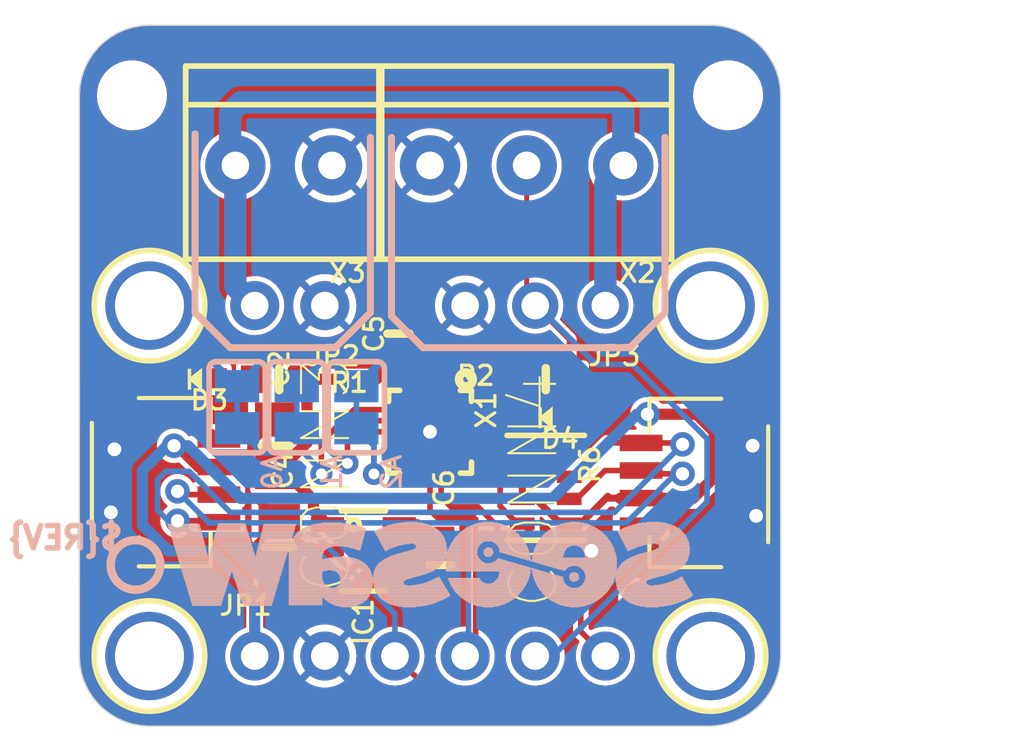
<source format=kicad_pcb>
(kicad_pcb (version 20221018) (generator pcbnew)
  (layers (0 "F.Cu" signal) (31 "B.Cu" signal) (34 "B.Paste" user) (35 "F.Paste" user) (36 "B.SilkS" user "B.Silkscreen") (37 "F.SilkS" user "F.Silkscreen") (38 "B.Mask" user) (39 "F.Mask" user) (44 "Edge.Cuts" user))
  (net 0 "")
  (net 1 "GND")
  (net 2 "SDA")
  (net 3 "SCL")
  (net 4 "N$1")
  (net 5 "UPDI")
  (net 6 "N$4")
  (net 7 "VIN")
  (net 8 "N$2")
  (net 9 "N$3")
  (net 10 "5.0V")
  (net 11 "ACT")
  (net 12 "V+")
  (net 13 "NEOPIX_OUT")
  (net 14 "N$5")
  (net 15 "A0")
  (net 16 "A1")
  (net 17 "A2")
  (footprint "working:FIDUCIAL_1MM" (layer "F.Cu") (at 143.2941 99.415213 90)
    (fp_text reference "FID2" hide)
    (fp_text value "FIDUCIAL_1MM" hide)
  )
  (footprint "working:PLABEL13" (layer "F.Cu") (at 140.1191 93.446213)
    (fp_text reference "PLABEL13" hide)
    (fp_text value "" hide)
  )
  (footprint "working:PLABEL15" (layer "F.Cu") (at 154.9781 93.446213)
    (fp_text reference "PLABEL15" hide)
    (fp_text value "" hide)
  )
  (footprint "working:PLABEL10" (layer "F.Cu") (at 152.4381 103.987213)
    (fp_text reference "PLABEL10" hide)
    (fp_text value "" hide)
  )
  (footprint "working:PLABEL4" (layer "F.Cu") (at 152.3111 113.512213)
    (fp_text reference "PLABEL4" hide)
    (fp_text value "" hide)
  )
  (footprint "working:1X03_ROUND" (layer "F.Cu") (at 152.3111 102.463213 180)
    (fp_text reference "JP3")
    (fp_text value "")
  )
  (footprint "working:PLABEL12" (layer "F.Cu") (at 158.9151 97.891213)
    (fp_text reference "PLABEL12" hide)
    (fp_text value "" hide)
  )
  (footprint "working:RESPACK_4X0603" (layer "F.Cu") (at 152.6921 109.067213 -90)
    (fp_text reference "R6")
    (fp_text value "10K Pack")
  )
  (footprint "working:PLABEL7" (layer "F.Cu") (at 144.6911 103.987213)
    (fp_text reference "PLABEL7" hide)
    (fp_text value "" hide)
  )
  (footprint "working:JST_SH4" (layer "F.Cu") (at 158.1531 108.940213 90)
    (fp_text reference "CONN4")
    (fp_text value "STEMMA_I2C_QT" hide)
  )
  (footprint "working:PLABEL6" (layer "F.Cu") (at 142.1511 103.987213)
    (fp_text reference "PLABEL6" hide)
    (fp_text value "" hide)
  )
  (footprint "working:0603-NO" (layer "F.Cu") (at 152.6921 105.130213 180)
    (fp_text reference "R2")
    (fp_text value "100")
  )
  (footprint "working:TERMBLOCK_1X3-3.5MM" (layer "F.Cu") (at 152.001093 97.383213 180)
    (fp_text reference "X2")
    (fp_text value "3.5mm-3P")
  )
  (footprint "working:0603-NO" (layer "F.Cu") (at 148.8821 111.861213 90)
    (fp_text reference "C6")
    (fp_text value "1uF")
  )
  (footprint "working:PLABEL2" (layer "F.Cu") (at 147.2311 113.512213)
    (fp_text reference "PLABEL2" hide)
    (fp_text value "" hide)
  )
  (footprint "working:MOUNTINGHOLE_2.5_PLATED" (layer "F.Cu") (at 138.3411 102.463213)
    (fp_text reference "U$1" hide)
    (fp_text value "MOUNTINGHOLE2.5" hide)
  )
  (footprint "working:PLABEL0" (layer "F.Cu") (at 142.1511 113.512213)
    (fp_text reference "PLABEL0" hide)
    (fp_text value "" hide)
  )
  (footprint "working:PLABEL3" (layer "F.Cu") (at 149.8981 116.814213)
    (fp_text reference "PLABEL3" hide)
    (fp_text value "" hide)
  )
  (footprint "working:PLABEL9" (layer "F.Cu") (at 155.1051 103.987213)
    (fp_text reference "PLABEL9" hide)
    (fp_text value "" hide)
  )
  (footprint "working:0805-NO" (layer "F.Cu") (at 143.0401 111.226213 90)
    (fp_text reference "C4")
    (fp_text value "10uF")
  )
  (footprint "working:PLABEL16" (layer "F.Cu") (at 143.1671 93.446213)
    (fp_text reference "PLABEL16" hide)
    (fp_text value "" hide)
  )
  (footprint "working:MOUNTINGHOLE_2.5_PLATED" (layer "F.Cu") (at 158.6611 102.463213)
    (fp_text reference "U$9" hide)
    (fp_text value "MOUNTINGHOLE2.5" hide)
  )
  (footprint "working:0805-NO" (layer "F.Cu") (at 142.9131 107.543213 90)
    (fp_text reference "C2")
    (fp_text value "10uF")
  )
  (footprint "working:PLABEL8" (layer "F.Cu") (at 149.6441 103.987213)
    (fp_text reference "PLABEL8" hide)
    (fp_text value "" hide)
  )
  (footprint "working:CHIPLED_0603_NOOUTLINE" (layer "F.Cu") (at 152.6921 106.527213 90)
    (fp_text reference "D4")
    (fp_text value "red")
  )
  (footprint "working:MOUNTINGHOLE_2.5_PLATED" (layer "F.Cu") (at 138.3411 115.163213)
    (fp_text reference "U$6" hide)
    (fp_text value "MOUNTINGHOLE2.5" hide)
  )
  (footprint "working:PLABEL14" (layer "F.Cu") (at 150.7871 93.446213)
    (fp_text reference "PLABEL14" hide)
    (fp_text value "" hide)
  )
  (footprint "working:SOT23-6" (layer "F.Cu") (at 146.0881 111.353213 -90)
    (fp_text reference "IC1")
    (fp_text value "AP3602")
  )
  (footprint "working:TERMBLOCK_1X2-3.5MM" (layer "F.Cu") (at 143.2511 97.383213 180)
    (fp_text reference "X3")
    (fp_text value "3.5mm-2P")
  )
  (footprint "working:PLABEL11" (layer "F.Cu") (at 138.0871 98.145213)
    (fp_text reference "PLABEL11" hide)
    (fp_text value "" hide)
  )
  (footprint "working:MOUNTINGHOLE_2.5_PLATED" (layer "F.Cu") (at 158.6611 115.163213)
    (fp_text reference "U$18" hide)
    (fp_text value "MOUNTINGHOLE2.5" hide)
  )
  (footprint "working:1X02_ROUND" (layer "F.Cu") (at 143.4211 102.463213 180)
    (fp_text reference "JP2")
    (fp_text value "")
  )
  (footprint "working:JST_SH4" (layer "F.Cu") (at 138.8491 108.813213 -90)
    (fp_text reference "CONN3")
    (fp_text value "STEMMA_I2C_QT" hide)
  )
  (footprint "working:PLABEL5" (layer "F.Cu") (at 154.8511 116.814213)
    (fp_text reference "PLABEL5" hide)
    (fp_text value "" hide)
  )
  (footprint "" (layer "F.Cu") (at 137.7061 94.843213)
    (fp_text reference "@HOLE0" hide)
    (fp_text value "")
  )
  (footprint "" (layer "F.Cu") (at 159.2961 94.843213)
    (fp_text reference "@HOLE1" hide)
    (fp_text value "")
  )
  (footprint "working:CHIPLED_0603_NOOUTLINE" (layer "F.Cu") (at 139.9921 105.130213 90)
    (fp_text reference "D3")
    (fp_text value "GREEN")
  )
  (footprint "working:PLABEL17" (layer "F.Cu") (at 147.2311 93.446213)
    (fp_text reference "PLABEL17" hide)
    (fp_text value "" hide)
  )
  (footprint "working:0603-NO" (layer "F.Cu") (at 143.0401 105.130213)
    (fp_text reference "R1")
    (fp_text value "47K")
  )
  (footprint "working:PLABEL1" (layer "F.Cu") (at 144.6911 116.814213)
    (fp_text reference "PLABEL1" hide)
    (fp_text value "" hide)
  )
  (footprint "working:QFN20_3MM" (layer "F.Cu") (at 148.5011 107.035213 -90)
    (fp_text reference "X1")
    (fp_text value "ATTINY1616_QFN")
  )
  (footprint "working:1X06_ROUND_70" (layer "F.Cu") (at 148.5011 115.163213)
    (fp_text reference "JP1")
    (fp_text value "")
  )
  (footprint "working:FIDUCIAL_1MM" (layer "F.Cu") (at 155.9941 113.004213 90)
    (fp_text reference "FID1" hide)
    (fp_text value "FIDUCIAL_1MM" hide)
  )
  (footprint "working:0603-NO" (layer "F.Cu") (at 147.3581 103.479213 90)
    (fp_text reference "C5")
    (fp_text value "0.1uF")
  )
  (footprint "working:PLABEL22" (layer "B.Cu") (at 154.9781 96.113213 90)
    (fp_text reference "PLABEL22" hide)
    (fp_text value "" hide)
  )
  (footprint "working:PLABEL26" (layer "B.Cu") (at 141.0081 96.113213 90)
    (fp_text reference "PLABEL26" hide)
    (fp_text value "" hide)
  )
  (footprint "working:PLABEL28" (layer "B.Cu") (at 151.6761 99.923213 180)
    (fp_text reference "PLABEL28" hide)
    (fp_text value "" hide)
  )
  (footprint "working:PLABEL19" (layer "B.Cu") (at 144.4371 109.067213 180)
    (fp_text reference "PLABEL19" hide)
    (fp_text value "" hide)
  )
  (footprint "working:PLABEL25" (layer "B.Cu") (at 144.4371 96.113213 90)
    (fp_text reference "PLABEL25" hide)
    (fp_text value "" hide)
  )
  (footprint "working:PCBFEAT-REV-040" (layer "B.Cu") (at 137.8331 111.861213)
    (fp_text reference "U$12" hide)
    (fp_text value "" hide)
  )
  (footprint "working:SOLDERJUMPER_CLOSEDWIRE" (layer "B.Cu") (at 145.8341 106.146213 90)
    (fp_text reference "A2")
    (fp_text value "")
  )
  (footprint "working:SOLDERJUMPER_CLOSEDWIRE" (layer "B.Cu") (at 143.6751 106.146213 90)
    (fp_text reference "A1")
    (fp_text value "")
  )
  (footprint "working:PLABEL27" (layer "B.Cu") (at 143.1671 100.050213 180)
    (fp_text reference "PLABEL27" hide)
    (fp_text value "" hide)
  )
  (footprint "working:PLABEL24" (layer "B.Cu") (at 147.9931 96.113213 90)
    (fp_text reference "PLABEL24" hide)
    (fp_text value "" hide)
  )
  (footprint "working:SEESAW_LOGO" (layer "B.Cu") (at 158.0261 113.385213 180)
    (fp_text reference "U$7" hide)
    (fp_text value "" hide)
  )
  (footprint "working:PLABEL20" (layer "B.Cu") (at 142.2781 109.067213 180)
    (fp_text reference "PLABEL20" hide)
    (fp_text value "" hide)
  )
  (footprint "working:PLABEL23" (layer "B.Cu") (at 151.4221 96.113213 90)
    (fp_text reference "PLABEL23" hide)
    (fp_text value "" hide)
  )
  (footprint "working:PLABEL18" (layer "B.Cu") (at 146.7231 108.940213 180)
    (fp_text reference "PLABEL18" hide)
    (fp_text value "" hide)
  )
  (footprint "working:PLABEL21" (layer "B.Cu") (at 160.5661 108.940213 180)
    (fp_text reference "PLABEL21" hide)
    (fp_text value "" hide)
  )
  (footprint "working:PLABEL29" (layer "B.Cu") (at 147.8661 116.687213 180)
    (fp_text reference "PLABEL29" hide)
    (fp_text value "" hide)
  )
  (footprint "working:SOLDERJUMPER_CLOSEDWIRE" (layer "B.Cu") (at 141.5161 106.146213 90)
    (fp_text reference "A0")
    (fp_text value "")
  )
  (gr_line (start 157.0101 96.367213) (end 157.0101 102.717213) (stroke (width 0.254)) (layer "B.SilkS"))
  (gr_line (start 141.2621 103.987213) (end 139.9921 102.717213) (stroke (width 0.254)) (layer "B.SilkS"))
  (gr_line (start 148.2471 103.987213) (end 147.1041 102.844213) (stroke (width 0.254)) (layer "B.SilkS"))
  (gr_line (start 155.7401 103.987213) (end 148.2471 103.987213) (stroke (width 0.254)) (layer "B.SilkS"))
  (gr_line (start 157.0101 102.717213) (end 155.7401 103.987213) (stroke (width 0.254)) (layer "B.SilkS"))
  (gr_line (start 139.9921 102.717213) (end 139.9921 96.240213) (stroke (width 0.254)) (layer "B.SilkS"))
  (gr_line (start 147.1041 102.844213) (end 147.1041 96.367213) (stroke (width 0.254)) (layer "B.SilkS"))
  (gr_line (start 146.3421 96.367213) (end 146.3421 102.717213) (stroke (width 0.254)) (layer "B.SilkS"))
  (gr_line (start 146.3421 102.717213) (end 145.0721 103.987213) (stroke (width 0.254)) (layer "B.SilkS"))
  (gr_line (start 145.0721 103.987213) (end 141.2621 103.987213) (stroke (width 0.254)) (layer "B.SilkS"))
  (gr_line (start 135.8011 94.843213) (end 135.8011 115.163213) (stroke (width 0.05)) (layer "Edge.Cuts"))
  (gr_arc (start 158.6611 92.303213) (mid 160.457151 93.047162) (end 161.2011 94.843213) (stroke (width 0.05)) (layer "Edge.Cuts"))
  (gr_arc (start 138.3411 117.703213) (mid 136.545049 116.959264) (end 135.8011 115.163213) (stroke (width 0.05)) (layer "Edge.Cuts"))
  (gr_arc (start 135.8011 94.843213) (mid 136.545049 93.047162) (end 138.3411 92.303213) (stroke (width 0.05)) (layer "Edge.Cuts"))
  (gr_line (start 161.2011 115.163213) (end 161.2011 94.843213) (stroke (width 0.05)) (layer "Edge.Cuts"))
  (gr_line (start 158.6611 92.303213) (end 138.3411 92.303213) (stroke (width 0.05)) (layer "Edge.Cuts"))
  (gr_arc (start 161.2011 115.163213) (mid 160.393651 116.985567) (end 158.5341 117.703213) (stroke (width 0.05)) (layer "Edge.Cuts"))
  (gr_line (start 138.3411 117.703213) (end 158.5341 117.703213) (stroke (width 0.05)) (layer "Edge.Cuts"))
  (segment (start 144.7881 111.353213) (end 144.1171 111.353213) (width 0.254) (layer "F.Cu") (net 1))
  (segment (start 144.1171 111.353213) (end 143.0401 110.276213) (width 0.254) (layer "F.Cu") (net 1))
  (via (at 160.3121 110.083213) (size 0.9064) (drill 0.5) (layers "F.Cu" "B.Cu") (net 1))
  (via (at 154.3431 111.353213) (size 0.9064) (drill 0.5) (layers "F.Cu" "B.Cu") (net 1))
  (via (at 137.0711 107.670213) (size 0.9064) (drill 0.5) (layers "F.Cu" "B.Cu") (net 1))
  (via (at 148.5011 107.035213) (size 0.9064) (drill 0.5) (layers "F.Cu" "B.Cu") (net 1))
  (via (at 160.1851 107.543213) (size 0.9064) (drill 0.5) (layers "F.Cu" "B.Cu") (net 1))
  (via (at 136.9441 109.956213) (size 0.9064) (drill 0.5) (layers "F.Cu" "B.Cu") (net 1))
  (segment (start 148.7591 110.138813) (end 148.5011 109.880813) (width 0.2032) (layer "F.Cu") (net 2))
  (segment (start 139.4761 109.313213) (end 139.3571 109.194213) (width 0.2032) (layer "F.Cu") (net 2))
  (segment (start 157.6451 108.559213) (end 155.7581 108.559213) (width 0.2032) (layer "F.Cu") (net 2))
  (segment (start 153.812231 109.467213) (end 153.5421 109.467213) (width 0.2032) (layer "F.Cu") (net 2))
  (segment (start 140.8551 109.313213) (end 139.4761 109.313213) (width 0.2032) (layer "F.Cu") (net 2))
  (segment (start 154.839231 108.440213) (end 153.812231 109.467213) (width 0.2032) (layer "F.Cu") (net 2))
  (segment (start 150.1521 114.782213) (end 149.7711 115.163213) (width 0.2032) (layer "F.Cu") (net 2))
  (segment (start 150.0807 110.138813) (end 150.1521 110.210213) (width 0.2032) (layer "F.Cu") (net 2))
  (segment (start 150.1521 110.210213) (end 150.1521 114.782213) (width 0.2032) (layer "F.Cu") (net 2))
  (segment (start 148.5011 109.880813) (end 148.5011 108.435213) (width 0.2032) (layer "F.Cu") (net 2))
  (segment (start 156.1471 108.440213) (end 154.839231 108.440213) (width 0.2032) (layer "F.Cu") (net 2))
  (segment (start 155.7581 108.559213) (end 156.1471 108.440213) (width 0.2032) (layer "F.Cu") (net 2))
  (segment (start 150.0807 110.138813) (end 148.7591 110.138813) (width 0.2032) (layer "F.Cu") (net 2))
  (via (at 157.6451 108.559213) (size 0.889) (drill 0.4826) (layers "F.Cu" "B.Cu") (net 2))
  (via (at 139.3571 109.194213) (size 0.889) (drill 0.4826) (layers "F.Cu" "B.Cu") (net 2))
  (segment (start 157.5181 108.432213) (end 157.6451 108.559213) (width 0.2032) (layer "B.Cu") (net 2))
  (segment (start 149.8981 110.337213) (end 140.5001 110.337213) (width 0.2032) (layer "B.Cu") (net 2))
  (segment (start 157.5181 108.432213) (end 155.6131 110.337213) (width 0.2032) (layer "B.Cu") (net 2))
  (segment (start 155.6131 110.337213) (end 149.8981 110.337213) (width 0.2032) (layer "B.Cu") (net 2))
  (segment (start 139.3571 109.194213) (end 140.5001 110.337213) (width 0.2032) (layer "B.Cu") (net 2))
  (segment (start 149.7711 115.163213) (end 149.8981 115.036213) (width 0.2032) (layer "B.Cu") (net 2))
  (segment (start 149.8981 110.337213) (end 149.8981 115.036213) (width 0.2032) (layer "B.Cu") (net 2))
  (segment (start 156.1471 107.440213) (end 157.5929 107.440213) (width 0.2032) (layer "F.Cu") (net 3))
  (segment (start 148.9011 109.399813) (end 148.9011 108.435213) (width 0.2032) (layer "F.Cu") (net 3))
  (segment (start 139.3571 110.261013) (end 141.3109 110.261013) (width 0.2032) (layer "F.Cu") (net 3))
  (segment (start 150.238518 109.757813) (end 149.2591 109.757813) (width 0.2032) (layer "F.Cu") (net 3))
  (segment (start 150.9395 110.458795) (end 150.9395 115.647182) (width 0.2032) (layer "F.Cu") (net 3))
  (segment (start 149.287131 116.331613) (end 149.261731 116.306213) (width 0.2032) (layer "F.Cu") (net 3))
  (segment (start 150.238518 109.757813) (end 150.9395 110.458795) (width 0.2032) (layer "F.Cu") (net 3))
  (segment (start 149.2591 109.757813) (end 148.9011 109.399813) (width 0.2032) (layer "F.Cu") (net 3))
  (segment (start 150.255068 116.331613) (end 149.287131 116.331613) (width 0.2032) (layer "F.Cu") (net 3))
  (segment (start 154.3307 108.024482) (end 154.3307 108.051213) (width 0.2032) (layer "F.Cu") (net 3))
  (segment (start 148.3741 116.306213) (end 147.2311 115.163213) (width 0.2032) (layer "F.Cu") (net 3))
  (segment (start 157.5929 107.440213) (end 157.6451 107.492413) (width 0.2032) (layer "F.Cu") (net 3))
  (segment (start 149.261731 116.306213) (end 148.3741 116.306213) (width 0.2032) (layer "F.Cu") (net 3))
  (segment (start 154.914968 107.440213) (end 154.3307 108.024482) (width 0.2032) (layer "F.Cu") (net 3))
  (segment (start 156.1471 107.440213) (end 154.914968 107.440213) (width 0.2032) (layer "F.Cu") (net 3))
  (segment (start 154.3307 108.051213) (end 153.7147 108.667213) (width 0.2032) (layer "F.Cu") (net 3))
  (segment (start 141.3109 110.261013) (end 140.8551 110.313213) (width 0.2032) (layer "F.Cu") (net 3))
  (segment (start 153.7147 108.667213) (end 153.5421 108.667213) (width 0.2032) (layer "F.Cu") (net 3))
  (segment (start 150.9395 115.647182) (end 150.255068 116.331613) (width 0.2032) (layer "F.Cu") (net 3))
  (via (at 157.6451 107.492413) (size 0.889) (drill 0.4826) (layers "F.Cu" "B.Cu") (net 3))
  (via (at 139.3571 110.261013) (size 0.889) (drill 0.4826) (layers "F.Cu" "B.Cu") (net 3))
  (segment (start 138.6332 108.767363) (end 138.6332 109.875063) (width 0.2032) (layer "B.Cu") (net 3))
  (segment (start 141.26985 109.956213) (end 139.78395 108.470313) (width 0.2032) (layer "B.Cu") (net 3))
  (segment (start 147.2311 113.639213) (end 147.2311 115.163213) (width 0.2032) (layer "B.Cu") (net 3))
  (segment (start 139.01915 110.261013) (end 138.6332 109.875063) (width 0.2032) (layer "B.Cu") (net 3))
  (segment (start 157.6451 107.492413) (end 155.1813 109.956213) (width 0.2032) (layer "B.Cu") (net 3))
  (segment (start 144.3609 110.769013) (end 139.8651 110.769013) (width 0.2032) (layer "B.Cu") (net 3))
  (segment (start 139.78395 108.470313) (end 138.93025 108.470313) (width 0.2032) (layer "B.Cu") (net 3))
  (segment (start 139.3571 110.261013) (end 139.01915 110.261013) (width 0.2032) (layer "B.Cu") (net 3))
  (segment (start 138.93025 108.470313) (end 138.6332 108.767363) (width 0.2032) (layer "B.Cu") (net 3))
  (segment (start 155.1813 109.956213) (end 141.26985 109.956213) (width 0.2032) (layer "B.Cu") (net 3))
  (segment (start 144.3609 110.769013) (end 147.2311 113.639213) (width 0.2032) (layer "B.Cu") (net 3))
  (segment (start 139.8651 110.769013) (end 139.3571 110.261013) (width 0.2032) (layer "B.Cu") (net 3))
  (segment (start 140.7421 105.130213) (end 142.1901 105.130213) (width 0.254) (layer "F.Cu") (net 4))
  (segment (start 151.8421 110.367213) (end 151.671968 110.367213) (width 0.2032) (layer "F.Cu") (net 5))
  (segment (start 151.0411 107.035213) (end 150.6411 106.635213) (width 0.2032) (layer "F.Cu") (net 5))
  (segment (start 151.671968 110.367213) (end 151.0411 109.736345) (width 0.2032) (layer "F.Cu") (net 5))
  (segment (start 153.9621 114.274213) (end 154.8511 115.163213) (width 0.2032) (layer "F.Cu") (net 5))
  (segment (start 151.0411 109.736345) (end 151.0411 107.035213) (width 0.2032) (layer "F.Cu") (net 5))
  (segment (start 151.8421 110.367213) (end 153.9621 112.487213) (width 0.2032) (layer "F.Cu") (net 5))
  (segment (start 150.6411 106.635213) (end 149.9011 106.635213) (width 0.2032) (layer "F.Cu") (net 5))
  (segment (start 153.9621 112.487213) (end 153.9621 114.274213) (width 0.2032) (layer "F.Cu") (net 5))
  (segment (start 153.5421 106.627213) (end 153.5421 107.767213) (width 0.2032) (layer "F.Cu") (net 6))
  (segment (start 153.4421 106.527213) (end 153.5421 106.627213) (width 0.2032) (layer "F.Cu") (net 6))
  (segment (start 155.0041 109.440213) (end 154.941575 109.377688) (width 0.254) (layer "F.Cu") (net 7))
  (segment (start 158.1531 106.400213) (end 158.7881 107.035213) (width 0.4064) (layer "F.Cu") (net 7))
  (segment (start 158.7881 107.035213) (end 158.7881 108.686213) (width 0.4064) (layer "F.Cu") (net 7))
  (segment (start 144.7881 112.303213) (end 145.3921 112.303213) (width 0.254) (layer "F.Cu") (net 7))
  (segment (start 151.8421 109.467213) (end 152.3301 109.467213) (width 0.254) (layer "F.Cu") (net 7))
  (segment (start 151.8421 109.467213) (end 151.8421 108.667213) (width 0.254) (layer "F.Cu") (net 7))
  (segment (start 140.1271 108.313213) (end 139.3571 107.543213) (width 0.4064) (layer "F.Cu") (net 7))
  (segment (start 145.3921 112.303213) (end 146.3421 111.353213) (width 0.254) (layer "F.Cu") (net 7))
  (segment (start 158.7881 108.686213) (end 158.0261 109.448213) (width 0.4064) (layer "F.Cu") (net 7))
  (segment (start 143.0401 112.176213) (end 143.1671 112.303213) (width 0.254) (layer "F.Cu") (net 7))
  (segment (start 146.3421 111.353213) (end 147.3881 111.353213) (width 0.254) (layer "F.Cu") (net 7))
  (segment (start 142.1511 113.065213) (end 143.0401 112.176213) (width 0.254) (layer "F.Cu") (net 7))
  (segment (start 142.1511 115.163213) (end 142.1511 113.065213) (width 0.254) (layer "F.Cu") (net 7))
  (segment (start 153.5421 110.367213) (end 153.2301 110.367213) (width 0.254) (layer "F.Cu") (net 7))
  (segment (start 155.3931 109.448213) (end 155.3971 109.452213) (width 0.4064) (layer "F.Cu") (net 7))
  (segment (start 144.7881 112.303213) (end 143.1671 112.303213) (width 0.254) (layer "F.Cu") (net 7))
  (segment (start 153.95205 110.367213) (end 153.5421 110.367213) (width 0.254) (layer "F.Cu") (net 7))
  (segment (start 140.8551 108.313213) (end 140.1271 108.313213) (width 0.4064) (layer "F.Cu") (net 7))
  (segment (start 153.2301 110.367213) (end 152.3301 109.467213) (width 0.254) (layer "F.Cu") (net 7))
  (segment (start 156.3751 106.400213) (end 158.1531 106.400213) (width 0.4064) (layer "F.Cu") (net 7))
  (segment (start 156.1471 109.440213) (end 155.0041 109.440213) (width 0.254) (layer "F.Cu") (net 7))
  (segment (start 154.941575 109.377688) (end 153.95205 110.367213) (width 0.254) (layer "F.Cu") (net 7))
  (segment (start 139.3571 107.543213) (end 139.2301 107.543213) (width 0.4064) (layer "F.Cu") (net 7))
  (segment (start 158.0261 109.448213) (end 155.3931 109.448213) (width 0.4064) (layer "F.Cu") (net 7))
  (segment (start 156.1471 109.440213) (end 155.3971 109.452213) (width 0.4064) (layer "F.Cu") (net 7))
  (via (at 156.3751 106.400213) (size 0.889) (drill 0.4826) (layers "F.Cu" "B.Cu") (net 7))
  (via (at 139.2301 107.543213) (size 0.889) (drill 0.4826) (layers "F.Cu" "B.Cu") (net 7))
  (segment (start 138.9761 107.543213) (end 138.0871 108.432213) (width 0.4064) (layer "B.Cu") (net 7))
  (segment (start 139.2301 107.543213) (end 139.7381 107.543213) (width 0.4064) (layer "B.Cu") (net 7))
  (segment (start 139.7381 107.543213) (end 141.6431 109.448213) (width 0.4064) (layer "B.Cu") (net 7))
  (segment (start 141.6431 109.448213) (end 152.9461 109.448213) (width 0.4064) (layer "B.Cu") (net 7))
  (segment (start 139.027862 111.353213) (end 140.6271 111.353213) (width 0.4064) (layer "B.Cu") (net 7))
  (segment (start 138.0871 110.412451) (end 139.027862 111.353213) (width 0.4064) (layer "B.Cu") (net 7))
  (segment (start 152.9461 109.448213) (end 155.9941 106.400213) (width 0.4064) (layer "B.Cu") (net 7))
  (segment (start 155.9941 106.400213) (end 156.3751 106.400213) (width 0.4064) (layer "B.Cu") (net 7))
  (segment (start 138.0871 108.432213) (end 138.0871 110.412451) (width 0.4064) (layer "B.Cu") (net 7))
  (segment (start 139.2301 107.543213) (end 138.9761 107.543213) (width 0.4064) (layer "B.Cu") (net 7))
  (segment (start 142.1511 112.877213) (end 142.1511 115.163213) (width 0.4064) (layer "B.Cu") (net 7))
  (segment (start 140.6271 111.353213) (end 142.1511 112.877213) (width 0.4064) (layer "B.Cu") (net 7))
  (segment (start 147.3881 110.403213) (end 148.0231 110.403213) (width 0.4064) (layer "F.Cu") (net 8))
  (segment (start 148.5311 110.911213) (end 148.0231 110.403213) (width 0.4064) (layer "F.Cu") (net 8))
  (segment (start 148.8821 111.011213) (end 148.5311 110.911213) (width 0.4064) (layer "F.Cu") (net 8))
  (segment (start 148.8821 112.711213) (end 148.8821 112.811213) (width 0.4064) (layer "F.Cu") (net 9))
  (segment (start 148.8821 112.811213) (end 148.5311 112.811213) (width 0.4064) (layer "F.Cu") (net 9))
  (segment (start 147.3881 112.303213) (end 148.0231 112.303213) (width 0.4064) (layer "F.Cu") (net 9))
  (segment (start 148.5311 112.811213) (end 148.0231 112.303213) (width 0.4064) (layer "F.Cu") (net 9))
  (segment (start 148.1201 104.241213) (end 147.4461 104.241213) (width 0.254) (layer "F.Cu") (net 10))
  (segment (start 151.8421 107.767213) (end 152.2141 107.767213) (width 0.2032) (layer "F.Cu") (net 10))
  (segment (start 143.8901 105.661401) (end 144.0441 105.815401) (width 0.4064) (layer "F.Cu") (net 10))
  (segment (start 143.8901 105.130213) (end 143.8901 105.661401) (width 0.4064) (layer "F.Cu") (net 10))
  (segment (start 148.1011 104.260213) (end 148.1201 104.241213) (width 0.2032) (layer "F.Cu") (net 10))
  (segment (start 152.4381 104.241213) (end 148.1201 104.241213) (width 0.254) (layer "F.Cu") (net 10))
  (segment (start 143.0401 108.493213) (end 142.9131 108.493213) (width 0.4064) (layer "F.Cu") (net 10))
  (segment (start 152.4381 104.241213) (end 152.6921 104.495213) (width 0.2032) (layer "F.Cu") (net 10))
  (segment (start 152.6921 104.495213) (end 152.6921 107.289213) (width 0.2032) (layer "F.Cu") (net 10))
  (segment (start 144.2801 109.509213) (end 144.2801 109.895213) (width 0.4064) (layer "F.Cu") (net 10))
  (segment (start 143.2641 108.493213) (end 143.0401 108.493213) (width 0.4064) (layer "F.Cu") (net 10))
  (segment (start 147.3581 104.329213) (end 147.4461 104.241213) (width 0.254) (layer "F.Cu") (net 10))
  (segment (start 143.0401 108.432213) (end 143.0401 108.493213) (width 0.4064) (layer "F.Cu") (net 10))
  (segment (start 144.0441 107.428213) (end 143.0401 108.432213) (width 0.4064) (layer "F.Cu") (net 10))
  (segment (start 144.7881 110.403213) (end 144.2801 109.895213) (width 0.4064) (layer "F.Cu") (net 10))
  (segment (start 144.0441 105.815401) (end 144.0441 107.428213) (width 0.4064) (layer "F.Cu") (net 10))
  (segment (start 147.3581 104.329213) (end 146.5571 105.130213) (width 0.4064) (layer "F.Cu") (net 10))
  (segment (start 146.5571 105.130213) (end 143.8901 105.130213) (width 0.4064) (layer "F.Cu") (net 10))
  (segment (start 148.1011 105.635213) (end 148.1011 104.260213) (width 0.2032) (layer "F.Cu") (net 10))
  (segment (start 144.2801 109.509213) (end 143.2641 108.493213) (width 0.4064) (layer "F.Cu") (net 10))
  (segment (start 152.2141 107.767213) (end 152.6921 107.289213) (width 0.2032) (layer "F.Cu") (net 10))
  (segment (start 151.8031 106.527213) (end 151.9421 106.527213) (width 0.2032) (layer "F.Cu") (net 11))
  (segment (start 151.5111 106.235213) (end 151.8031 106.527213) (width 0.2032) (layer "F.Cu") (net 11))
  (segment (start 149.9011 106.235213) (end 151.5111 106.235213) (width 0.2032) (layer "F.Cu") (net 11))
  (segment (start 155.501093 97.383213) (end 155.501093 95.366207) (width 0.8128) (layer "B.Cu") (net 12))
  (segment (start 141.4511 101.763213) (end 141.4511 97.383213) (width 0.8128) (layer "B.Cu") (net 12))
  (segment (start 142.1511 102.463213) (end 141.4511 101.763213) (width 0.8128) (layer "B.Cu") (net 12))
  (segment (start 155.501093 95.366207) (end 155.2321 95.097213) (width 0.8128) (layer "B.Cu") (net 12))
  (segment (start 141.2621 95.478213) (end 141.2621 97.194213) (width 0.8128) (layer "B.Cu") (net 12))
  (segment (start 154.8511 102.463213) (end 154.8511 98.033207) (width 0.8128) (layer "B.Cu") (net 12))
  (segment (start 141.2621 97.194213) (end 141.4511 97.383213) (width 0.8128) (layer "B.Cu") (net 12))
  (segment (start 155.2321 95.097213) (end 141.6431 95.097213) (width 0.8128) (layer "B.Cu") (net 12))
  (segment (start 154.8511 98.033207) (end 155.501093 97.383213) (width 0.8128) (layer "B.Cu") (net 12))
  (segment (start 141.6431 95.097213) (end 141.2621 95.478213) (width 0.8128) (layer "B.Cu") (net 12))
  (segment (start 152.3111 102.463213) (end 152.001093 102.153207) (width 0.1778) (layer "F.Cu") (net 13))
  (segment (start 153.5421 103.694213) (end 152.3111 102.463213) (width 0.1778) (layer "F.Cu") (net 13))
  (segment (start 153.5421 105.130213) (end 153.5421 103.694213) (width 0.1778) (layer "F.Cu") (net 13))
  (segment (start 152.001093 102.153207) (end 152.001093 97.383213) (width 0.1778) (layer "F.Cu") (net 13))
  (segment (start 158.5341 109.575213) (end 152.9461 115.163213) (width 0.2032) (layer "B.Cu") (net 13))
  (segment (start 158.5341 107.289213) (end 155.8417 104.596813) (width 0.2032) (layer "B.Cu") (net 13))
  (segment (start 152.381568 102.463213) (end 152.3111 102.463213) (width 0.2032) (layer "B.Cu") (net 13))
  (segment (start 154.515168 104.596813) (end 152.381568 102.463213) (width 0.2032) (layer "B.Cu") (net 13))
  (segment (start 155.8417 104.596813) (end 154.515168 104.596813) (width 0.2032) (layer "B.Cu") (net 13))
  (segment (start 158.5341 109.575213) (end 158.5341 107.289213) (width 0.2032) (layer "B.Cu") (net 13))
  (segment (start 152.9461 115.163213) (end 152.3111 115.163213) (width 0.2032) (layer "B.Cu") (net 13))
  (segment (start 151.8226 105.110713) (end 151.8421 105.130213) (width 0.2032) (layer "F.Cu") (net 14))
  (segment (start 151.2981 105.635213) (end 151.8226 105.110713) (width 0.2032) (layer "F.Cu") (net 14))
  (segment (start 149.3011 105.635213) (end 151.2981 105.635213) (width 0.2032) (layer "F.Cu") (net 14))
  (segment (start 147.1011 106.235213) (end 145.7451 106.235213) (width 0.2032) (layer "F.Cu") (net 15))
  (segment (start 145.7451 106.235213) (end 144.5641 107.416213) (width 0.2032) (layer "F.Cu") (net 15))
  (segment (start 144.5641 107.416213) (end 144.5641 108.559213) (width 0.2032) (layer "F.Cu") (net 15))
  (via (at 144.5641 108.559213) (size 0.8001) (drill 0.3937) (layers "F.Cu" "B.Cu") (net 15))
  (segment (start 144.5641 108.559213) (end 144.5641 108.432213) (width 0.2032) (layer "B.Cu") (net 15))
  (segment (start 142.4051 107.797213) (end 141.5161 106.908213) (width 0.2032) (layer "B.Cu") (net 15))
  (segment (start 144.5641 108.432213) (end 143.9291 107.797213) (width 0.2032) (layer "B.Cu") (net 15))
  (segment (start 143.9291 107.797213) (end 142.4051 107.797213) (width 0.2032) (layer "B.Cu") (net 15))
  (segment (start 145.51095 108.178213) (end 145.51095 107.416213) (width 0.2032) (layer "F.Cu") (net 16))
  (segment (start 147.1011 106.635213) (end 146.29195 106.635213) (width 0.2032) (layer "F.Cu") (net 16))
  (segment (start 146.29195 106.635213) (end 145.51095 107.416213) (width 0.2032) (layer "F.Cu") (net 16))
  (via (at 145.51095 108.178213) (size 0.8001) (drill 0.3937) (layers "F.Cu" "B.Cu") (net 16))
  (segment (start 144.0561 106.908213) (end 143.6751 106.908213) (width 0.2032) (layer "B.Cu") (net 16))
  (segment (start 145.326118 108.178232) (end 144.0561 106.908213) (width 0.2032) (layer "B.Cu") (net 16))
  (segment (start 145.51095 108.178213) (end 145.326118 108.178232) (width 0.2032) (layer "B.Cu") (net 16))
  (segment (start 147.1011 107.035213) (end 146.4691 107.035213) (width 0.2032) (layer "F.Cu") (net 17))
  (segment (start 146.4691 108.565563) (end 146.4691 107.035213) (width 0.2032) (layer "F.Cu") (net 17))
  (via (at 146.4691 108.565563) (size 0.8001) (drill 0.3937) (layers "F.Cu" "B.Cu") (net 17))
  (segment (start 146.4691 107.543213) (end 146.4691 108.565563) (width 0.2032) (layer "B.Cu") (net 17))
  (segment (start 146.4691 107.543213) (end 145.8341 106.908213) (width 0.2032) (layer "B.Cu") (net 17))
  (zone (net 1) (net_name "GND") (layer "F.Cu") (priority 6) (connect_pads (clearance 0.000001)) (min_thickness 0.1016) (fill yes (thermal_gap 0.2532) (thermal_bridge_width 0.2532))
    (polygon (pts (xy 161.3027 117.804813) (xy 135.6995 117.804813) (xy 135.6995 92.201613) (xy 161.3027 92.201613)))
  )
  (zone (net 1) (net_name "GND") (layer "B.Cu") (priority 6) (connect_pads (clearance 0.000001)) (min_thickness 0.1016) (fill yes (thermal_gap 0.2532) (thermal_bridge_width 0.2532))
    (polygon (pts (xy 161.3027 117.804813) (xy 135.6995 117.804813) (xy 135.6995 92.201613) (xy 161.3027 92.201613)))
  )
)
</source>
